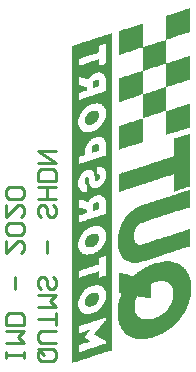
<source format=gbo>
G04*
G04 #@! TF.GenerationSoftware,Altium Limited,Altium Designer,20.1.12 (249)*
G04*
G04 Layer_Color=32896*
%FSLAX25Y25*%
%MOIN*%
G70*
G04*
G04 #@! TF.SameCoordinates,CD40AE63-01C5-41B5-9579-828B942A7482*
G04*
G04*
G04 #@! TF.FilePolarity,Positive*
G04*
G01*
G75*
%ADD10C,0.01000*%
G36*
X451357Y399189D02*
X450963D01*
Y399058D01*
X450307D01*
Y398926D01*
X449913D01*
Y398795D01*
X449519D01*
Y398664D01*
X449125D01*
Y398533D01*
X448731D01*
Y398401D01*
X448337D01*
Y398270D01*
X447943D01*
Y398139D01*
X447287D01*
Y397876D01*
X446499D01*
Y397745D01*
X446237D01*
Y397614D01*
X445843D01*
Y397482D01*
X445449D01*
Y397351D01*
X445055D01*
Y397220D01*
X444792D01*
Y397088D01*
X444398D01*
Y396957D01*
X443873D01*
Y396826D01*
X443611D01*
Y396694D01*
X443348D01*
Y404704D01*
X443742D01*
Y404835D01*
X444136D01*
Y404966D01*
X444530D01*
Y405097D01*
X444924D01*
Y405229D01*
X445318D01*
Y405360D01*
X445974D01*
Y405623D01*
X446105D01*
Y405491D01*
X446368D01*
Y405623D01*
X446630D01*
Y405754D01*
X447024D01*
Y405885D01*
X447418D01*
Y406016D01*
X447812D01*
Y406148D01*
X448206D01*
Y406279D01*
X448469D01*
Y406410D01*
X448994D01*
Y406542D01*
X449650D01*
Y406804D01*
X449782D01*
Y406673D01*
X450044D01*
Y406804D01*
X450438D01*
Y406936D01*
X450701D01*
Y407067D01*
X451094D01*
Y407198D01*
X451357D01*
Y399189D01*
D02*
G37*
G36*
X435470Y394200D02*
X435995D01*
Y394331D01*
X436258D01*
Y394462D01*
X436652D01*
Y394594D01*
X437046D01*
Y394725D01*
X437440D01*
Y394856D01*
X437834D01*
Y394988D01*
X438490D01*
Y395250D01*
X438621D01*
Y395119D01*
X438753D01*
Y395250D01*
X439147D01*
Y395381D01*
X439672D01*
Y395513D01*
X440066D01*
Y395644D01*
X440328D01*
Y395775D01*
X440722D01*
Y395907D01*
X441116D01*
Y396038D01*
X441510D01*
Y396169D01*
X442166D01*
Y396432D01*
X442298D01*
Y396301D01*
X442560D01*
Y396432D01*
X442823D01*
Y396563D01*
X443217D01*
Y396694D01*
X443348D01*
Y388817D01*
X443873D01*
Y388948D01*
X444136D01*
Y389079D01*
X444661D01*
Y389211D01*
X445055D01*
Y389342D01*
X445318D01*
Y389473D01*
X445711D01*
Y389604D01*
X446105D01*
Y389736D01*
X446237D01*
Y389604D01*
X446499D01*
Y389867D01*
X447156D01*
Y389998D01*
X447549D01*
Y390130D01*
X447943D01*
Y390261D01*
X448206D01*
Y390392D01*
X448600D01*
Y390524D01*
X448994D01*
Y390655D01*
X449388D01*
Y390786D01*
X449782D01*
Y390917D01*
X450175D01*
Y391049D01*
X450569D01*
Y391180D01*
X451226D01*
Y391311D01*
X451357D01*
Y383434D01*
X451094D01*
Y383302D01*
X450701D01*
Y383171D01*
X450307D01*
Y383040D01*
X450044D01*
Y382908D01*
X449650D01*
Y382777D01*
X449125D01*
Y382646D01*
X448731D01*
Y382514D01*
X448469D01*
Y382383D01*
X447812D01*
Y382120D01*
X447549D01*
Y382252D01*
X447418D01*
Y382120D01*
X447024D01*
Y381989D01*
X446630D01*
Y381858D01*
X446237D01*
Y381727D01*
X445974D01*
Y381595D01*
X445580D01*
Y381464D01*
X445186D01*
Y381333D01*
X444924D01*
Y381201D01*
X444004D01*
Y380939D01*
X443873D01*
Y381070D01*
X443742D01*
Y380939D01*
X443348D01*
Y373061D01*
X443085D01*
Y372930D01*
X442692D01*
Y372798D01*
X442429D01*
Y372667D01*
X442035D01*
Y372536D01*
X441641D01*
Y372405D01*
X441247D01*
Y372273D01*
X440853D01*
Y372142D01*
X440459D01*
Y372011D01*
X439803D01*
Y371879D01*
X439672D01*
Y371748D01*
X439540D01*
Y371879D01*
X439409D01*
Y371748D01*
X439015D01*
Y371617D01*
X438621D01*
Y371485D01*
X438359D01*
Y371354D01*
X437965D01*
Y371223D01*
X437571D01*
Y371092D01*
X437177D01*
Y370960D01*
X436914D01*
Y370829D01*
X436127D01*
Y370566D01*
X435995D01*
Y370698D01*
X435733D01*
Y370566D01*
X435470D01*
Y378444D01*
X435076D01*
Y378313D01*
X434682D01*
Y378182D01*
X434420D01*
Y378050D01*
X434026D01*
Y377919D01*
X433632D01*
Y377788D01*
X433369D01*
Y377656D01*
X432976D01*
Y377525D01*
X432582D01*
Y377394D01*
X432188D01*
Y377262D01*
X432057D01*
Y377394D01*
X431925D01*
Y377262D01*
X431794D01*
Y377131D01*
X431137D01*
Y377000D01*
X430612D01*
Y376869D01*
X430350D01*
Y376737D01*
X429956D01*
Y376606D01*
X429562D01*
Y376475D01*
X429299D01*
Y376343D01*
X428905D01*
Y376212D01*
X428511D01*
Y376081D01*
X428118D01*
Y375950D01*
X427855D01*
Y375818D01*
X427461D01*
Y383696D01*
X427592D01*
Y383827D01*
X427986D01*
Y383959D01*
X428380D01*
Y384090D01*
X428643D01*
Y384221D01*
X429037D01*
Y384353D01*
X429431D01*
Y384484D01*
X429693D01*
Y384615D01*
X430481D01*
Y384878D01*
X430612D01*
Y384747D01*
X430875D01*
Y384878D01*
X431269D01*
Y385009D01*
X431663D01*
Y385140D01*
X432057D01*
Y385272D01*
X432450D01*
Y385403D01*
X432713D01*
Y385534D01*
X433107D01*
Y385665D01*
X433501D01*
Y385797D01*
X434157D01*
Y386059D01*
X434289D01*
Y385928D01*
X434551D01*
Y386059D01*
X434945D01*
Y386191D01*
X435208D01*
Y386322D01*
X435470D01*
Y394069D01*
X434814D01*
Y393806D01*
X434682D01*
Y393937D01*
X434420D01*
Y393806D01*
X434026D01*
Y393675D01*
X433632D01*
Y393543D01*
X433369D01*
Y393412D01*
X432976D01*
Y393281D01*
X432582D01*
Y393149D01*
X432188D01*
Y393018D01*
X431794D01*
Y392887D01*
X431531D01*
Y392756D01*
X431137D01*
Y392624D01*
X431006D01*
Y392756D01*
X430744D01*
Y392493D01*
X430612D01*
Y392624D01*
X430481D01*
Y392493D01*
X430087D01*
Y392362D01*
X429562D01*
Y392230D01*
X429299D01*
Y392099D01*
X428905D01*
Y391968D01*
X428511D01*
Y391837D01*
X428118D01*
Y391705D01*
X427855D01*
Y391574D01*
X427461D01*
Y399452D01*
X427592D01*
Y399583D01*
X427986D01*
Y399714D01*
X428380D01*
Y399846D01*
X428643D01*
Y399977D01*
X429037D01*
Y400108D01*
X429168D01*
Y399977D01*
X429431D01*
Y400239D01*
X430218D01*
Y400371D01*
X430612D01*
Y400502D01*
X430875D01*
Y400633D01*
X431269D01*
Y400765D01*
X431663D01*
Y400896D01*
X432057D01*
Y401027D01*
X432450D01*
Y401159D01*
X432713D01*
Y401290D01*
X433107D01*
Y401421D01*
X433238D01*
Y401290D01*
X433369D01*
Y401421D01*
X433501D01*
Y401552D01*
X434157D01*
Y401815D01*
X434289D01*
Y401684D01*
X434682D01*
Y401815D01*
X434945D01*
Y401946D01*
X435339D01*
Y402078D01*
X435470D01*
Y394200D01*
D02*
G37*
G36*
X425229Y293102D02*
X425098D01*
Y293233D01*
X424835D01*
Y292970D01*
X424441D01*
Y292839D01*
X423785D01*
Y292708D01*
X423391D01*
Y292576D01*
X422997D01*
Y292445D01*
X422734D01*
Y292314D01*
X422341D01*
Y292182D01*
X421947D01*
Y292051D01*
X421553D01*
Y291920D01*
X421159D01*
Y291789D01*
X421028D01*
Y291920D01*
X420765D01*
Y291657D01*
X420109D01*
Y291526D01*
X419715D01*
Y291395D01*
X419321D01*
Y291263D01*
X418927D01*
Y291132D01*
X418664D01*
Y291001D01*
X418270D01*
Y290869D01*
X417876D01*
Y290738D01*
X417614D01*
Y290607D01*
X417220D01*
Y290476D01*
X416826D01*
Y290344D01*
X416038D01*
Y290213D01*
X415644D01*
Y290082D01*
X415251D01*
Y289950D01*
X414857D01*
Y289819D01*
X414594D01*
Y289688D01*
X414200D01*
Y289557D01*
X413806D01*
Y289425D01*
X413544D01*
Y289294D01*
X413150D01*
Y289163D01*
X412362D01*
Y288900D01*
X412099D01*
Y394725D01*
X412493D01*
Y394856D01*
X412756D01*
Y394988D01*
X413544D01*
Y395250D01*
X413675D01*
Y395119D01*
X413806D01*
Y395250D01*
X414200D01*
Y395381D01*
X414594D01*
Y395513D01*
X414988D01*
Y395644D01*
X415251D01*
Y395775D01*
X415644D01*
Y395907D01*
X416170D01*
Y396038D01*
X416564D01*
Y396169D01*
X417220D01*
Y396432D01*
X417351D01*
Y396301D01*
X417614D01*
Y396432D01*
X418008D01*
Y396563D01*
X418270D01*
Y396694D01*
X418664D01*
Y396826D01*
X419058D01*
Y396957D01*
X419321D01*
Y397088D01*
X419715D01*
Y397220D01*
X420109D01*
Y397351D01*
X420502D01*
Y397482D01*
X420896D01*
Y397614D01*
X421028D01*
Y397482D01*
X421290D01*
Y397745D01*
X421421D01*
Y397614D01*
X421553D01*
Y397745D01*
X421947D01*
Y397876D01*
X422341D01*
Y398007D01*
X422734D01*
Y398139D01*
X423128D01*
Y398270D01*
X423391D01*
Y398401D01*
X423785D01*
Y398533D01*
X424179D01*
Y398664D01*
X424835D01*
Y398926D01*
X424966D01*
Y398795D01*
X425098D01*
Y398926D01*
X425229D01*
Y293102D01*
D02*
G37*
G36*
X435470Y362557D02*
X435208D01*
Y362426D01*
X434814D01*
Y362295D01*
X434551D01*
Y362163D01*
X434157D01*
Y362032D01*
X433763D01*
Y361901D01*
X433369D01*
Y361770D01*
X433107D01*
Y361638D01*
X432319D01*
Y361376D01*
X432188D01*
Y361507D01*
X432057D01*
Y361376D01*
X431663D01*
Y361244D01*
X431137D01*
Y361113D01*
X430744D01*
Y360982D01*
X430481D01*
Y360851D01*
X430087D01*
Y360719D01*
X429693D01*
Y360588D01*
X429299D01*
Y360457D01*
X428643D01*
Y360194D01*
X428511D01*
Y360325D01*
X428249D01*
Y360194D01*
X427986D01*
Y360063D01*
X427592D01*
Y359931D01*
X427461D01*
Y367940D01*
X428118D01*
Y368072D01*
X428380D01*
Y368203D01*
X428774D01*
Y368334D01*
X429168D01*
Y368466D01*
X429562D01*
Y368597D01*
X429824D01*
Y368728D01*
X430218D01*
Y368860D01*
X430612D01*
Y368991D01*
X430744D01*
Y368860D01*
X430875D01*
Y369122D01*
X431794D01*
Y369253D01*
X432188D01*
Y369385D01*
X432450D01*
Y369516D01*
X432844D01*
Y369647D01*
X433238D01*
Y369779D01*
X433632D01*
Y369910D01*
X433895D01*
Y370041D01*
X434289D01*
Y370173D01*
X434682D01*
Y370304D01*
X434945D01*
Y370435D01*
X435470D01*
Y362557D01*
D02*
G37*
G36*
X451357Y367547D02*
X451226D01*
Y367415D01*
X450832D01*
Y367284D01*
X450438D01*
Y367153D01*
X450175D01*
Y367021D01*
X449650D01*
Y366890D01*
X449519D01*
Y367021D01*
X449256D01*
Y366759D01*
X448600D01*
Y366628D01*
X448206D01*
Y366496D01*
X447812D01*
Y366365D01*
X447418D01*
Y366234D01*
X447156D01*
Y366102D01*
X446762D01*
Y365971D01*
X446368D01*
Y365840D01*
X446105D01*
Y365708D01*
X445711D01*
Y365577D01*
X445186D01*
Y365446D01*
X444530D01*
Y365183D01*
X444398D01*
Y365315D01*
X444136D01*
Y365183D01*
X443742D01*
Y365052D01*
X443479D01*
Y364921D01*
X443348D01*
Y372930D01*
X444004D01*
Y373061D01*
X444267D01*
Y373192D01*
X444661D01*
Y373324D01*
X445186D01*
Y373455D01*
X445449D01*
Y373586D01*
X445843D01*
Y373717D01*
X446237D01*
Y373849D01*
X446630D01*
Y373980D01*
X446893D01*
Y374111D01*
X447287D01*
Y374243D01*
X447943D01*
Y374374D01*
X448337D01*
Y374505D01*
X448731D01*
Y374637D01*
X449125D01*
Y374768D01*
X449388D01*
Y374899D01*
X449913D01*
Y375030D01*
X450307D01*
Y375162D01*
X450701D01*
Y375293D01*
X450963D01*
Y375424D01*
X451357D01*
Y367547D01*
D02*
G37*
G36*
Y347721D02*
X451094D01*
Y347589D01*
X450307D01*
Y347327D01*
X450175D01*
Y347458D01*
X449913D01*
Y347327D01*
X449519D01*
Y347196D01*
X449125D01*
Y347064D01*
X448863D01*
Y346933D01*
X448469D01*
Y346802D01*
X448075D01*
Y346671D01*
X447812D01*
Y346539D01*
X447418D01*
Y346408D01*
X447024D01*
Y346277D01*
X446630D01*
Y346145D01*
X446499D01*
Y346277D01*
X446237D01*
Y346014D01*
X445843D01*
Y351791D01*
X445449D01*
Y351660D01*
X445055D01*
Y351528D01*
X444792D01*
Y351397D01*
X444398D01*
Y351266D01*
X443742D01*
Y351003D01*
X443611D01*
Y351134D01*
X443348D01*
Y351003D01*
X442954D01*
Y350872D01*
X442429D01*
Y350741D01*
X442166D01*
Y350609D01*
X441773D01*
Y350478D01*
X441378D01*
Y350347D01*
X441116D01*
Y350216D01*
X440722D01*
Y350084D01*
X439934D01*
Y349822D01*
X439803D01*
Y349953D01*
X439672D01*
Y349822D01*
X439278D01*
Y349690D01*
X438884D01*
Y349559D01*
X438490D01*
Y349428D01*
X438227D01*
Y349296D01*
X437834D01*
Y349165D01*
X437308D01*
Y349034D01*
X437046D01*
Y348903D01*
X436652D01*
Y348771D01*
X435864D01*
Y348509D01*
X435208D01*
Y348377D01*
X434814D01*
Y348246D01*
X434551D01*
Y348115D01*
X434157D01*
Y347983D01*
X433763D01*
Y347852D01*
X433369D01*
Y347721D01*
X433107D01*
Y347589D01*
X432582D01*
Y347458D01*
X432450D01*
Y347589D01*
X432188D01*
Y347327D01*
X432057D01*
Y347458D01*
X431925D01*
Y347327D01*
X431531D01*
Y347196D01*
X431137D01*
Y347064D01*
X430744D01*
Y346933D01*
X430481D01*
Y346802D01*
X430087D01*
Y346671D01*
X429693D01*
Y346539D01*
X429299D01*
Y346408D01*
X429037D01*
Y346277D01*
X428643D01*
Y346145D01*
X428511D01*
Y346277D01*
X428249D01*
Y346014D01*
X427592D01*
Y345883D01*
X427461D01*
Y351922D01*
X427724D01*
Y352054D01*
X428118D01*
Y352185D01*
X428774D01*
Y352448D01*
X428905D01*
Y352316D01*
X429168D01*
Y352448D01*
X429562D01*
Y352579D01*
X429824D01*
Y352710D01*
X430218D01*
Y352841D01*
X430612D01*
Y352973D01*
X431006D01*
Y353104D01*
X431400D01*
Y353235D01*
X431794D01*
Y353367D01*
X432188D01*
Y353498D01*
X432844D01*
Y353761D01*
X432976D01*
Y353629D01*
X433238D01*
Y353761D01*
X433632D01*
Y353892D01*
X433895D01*
Y354023D01*
X434289D01*
Y354154D01*
X434682D01*
Y354286D01*
X434945D01*
Y354417D01*
X435470D01*
Y354548D01*
X435864D01*
Y354679D01*
X436521D01*
Y354942D01*
X436652D01*
Y354811D01*
X436914D01*
Y354942D01*
X437308D01*
Y355073D01*
X437571D01*
Y355205D01*
X437965D01*
Y355336D01*
X438359D01*
Y355467D01*
X438753D01*
Y355599D01*
X439015D01*
Y355730D01*
X439409D01*
Y355861D01*
X439803D01*
Y355993D01*
X440591D01*
Y356255D01*
X441247D01*
Y356386D01*
X441641D01*
Y356518D01*
X442035D01*
Y356649D01*
X442429D01*
Y356780D01*
X442823D01*
Y356912D01*
X443085D01*
Y357043D01*
X443479D01*
Y357174D01*
X444136D01*
Y357437D01*
X444267D01*
Y357306D01*
X444530D01*
Y357568D01*
X445318D01*
Y357699D01*
X445711D01*
Y357831D01*
X445843D01*
Y363739D01*
X446105D01*
Y363870D01*
X446762D01*
Y364002D01*
X447287D01*
Y364133D01*
X447681D01*
Y364264D01*
X447943D01*
Y364395D01*
X448337D01*
Y364527D01*
X448731D01*
Y364658D01*
X449125D01*
Y364789D01*
X449388D01*
Y364921D01*
X449782D01*
Y365052D01*
X450569D01*
Y365183D01*
X450832D01*
Y365315D01*
X451226D01*
Y365446D01*
X451357D01*
Y347721D01*
D02*
G37*
G36*
Y341025D02*
X451226D01*
Y340762D01*
X451094D01*
Y340893D01*
X450832D01*
Y340631D01*
X450701D01*
Y340762D01*
X450569D01*
Y340631D01*
X450175D01*
Y340499D01*
X449782D01*
Y340368D01*
X449388D01*
Y340237D01*
X448994D01*
Y340106D01*
X448600D01*
Y339974D01*
X448206D01*
Y339843D01*
X447812D01*
Y339712D01*
X447156D01*
Y339449D01*
X447024D01*
Y339580D01*
X446762D01*
Y339449D01*
X446368D01*
Y339318D01*
X446105D01*
Y339187D01*
X445711D01*
Y339055D01*
X445318D01*
Y338924D01*
X444924D01*
Y338793D01*
X444661D01*
Y338661D01*
X444136D01*
Y338530D01*
X443742D01*
Y338399D01*
X443479D01*
Y338267D01*
X443348D01*
Y338399D01*
X443085D01*
Y338136D01*
X442429D01*
Y338005D01*
X442035D01*
Y337874D01*
X441641D01*
Y337742D01*
X441247D01*
Y337611D01*
X440853D01*
Y337480D01*
X440591D01*
Y337348D01*
X440197D01*
Y337217D01*
X439409D01*
Y336954D01*
X439278D01*
Y337086D01*
X439015D01*
Y336954D01*
X438621D01*
Y336823D01*
X438359D01*
Y336692D01*
X437965D01*
Y336561D01*
X437571D01*
Y336429D01*
X437177D01*
Y336298D01*
X436914D01*
Y336167D01*
X436521D01*
Y336035D01*
X436127D01*
Y335904D01*
X435864D01*
Y335773D01*
X435733D01*
Y335904D01*
X435470D01*
Y335642D01*
X434814D01*
Y335510D01*
X434551D01*
Y335248D01*
X434420D01*
Y335116D01*
X434157D01*
Y334985D01*
X434026D01*
Y334854D01*
X433895D01*
Y334722D01*
X433763D01*
Y334460D01*
X433632D01*
Y334329D01*
X433501D01*
Y334197D01*
X433369D01*
Y333803D01*
X433238D01*
Y333672D01*
X433107D01*
Y333278D01*
X432976D01*
Y332884D01*
X432844D01*
Y332622D01*
X432713D01*
Y331965D01*
X432582D01*
Y330521D01*
X432713D01*
Y329996D01*
X432844D01*
Y329602D01*
X432976D01*
Y329339D01*
X433107D01*
Y329077D01*
X433238D01*
Y328945D01*
X433369D01*
Y328814D01*
X433501D01*
Y328683D01*
X433763D01*
Y328552D01*
X434026D01*
Y328420D01*
X435339D01*
Y328552D01*
X435733D01*
Y328683D01*
X436127D01*
Y328814D01*
X436389D01*
Y328945D01*
X437177D01*
Y329077D01*
X437571D01*
Y329208D01*
X437965D01*
Y329339D01*
X438359D01*
Y329471D01*
X438753D01*
Y329602D01*
X439015D01*
Y329733D01*
X439409D01*
Y329865D01*
X439803D01*
Y329996D01*
X439934D01*
Y329865D01*
X440066D01*
Y330127D01*
X440853D01*
Y330258D01*
X441247D01*
Y330521D01*
X441378D01*
Y330390D01*
X441510D01*
Y330521D01*
X441904D01*
Y330652D01*
X442298D01*
Y330784D01*
X442823D01*
Y330915D01*
X443085D01*
Y331046D01*
X443479D01*
Y331177D01*
X443873D01*
Y331309D01*
X444136D01*
Y331440D01*
X444924D01*
Y331703D01*
X445055D01*
Y331571D01*
X445318D01*
Y331703D01*
X445711D01*
Y331834D01*
X445974D01*
Y331965D01*
X446368D01*
Y332097D01*
X446630D01*
Y332228D01*
X447024D01*
Y332359D01*
X447549D01*
Y332490D01*
X447943D01*
Y332622D01*
X448206D01*
Y332753D01*
X448994D01*
Y333016D01*
X449125D01*
Y332884D01*
X449256D01*
Y333016D01*
X449650D01*
Y333147D01*
X450044D01*
Y333278D01*
X450438D01*
Y333410D01*
X450701D01*
Y333541D01*
X451094D01*
Y333672D01*
X451357D01*
Y327764D01*
X450701D01*
Y327632D01*
X450307D01*
Y327501D01*
X450044D01*
Y327370D01*
X449519D01*
Y327239D01*
X449125D01*
Y327107D01*
X448731D01*
Y326976D01*
X448469D01*
Y326845D01*
X447812D01*
Y326582D01*
X447681D01*
Y326713D01*
X447418D01*
Y326582D01*
X447024D01*
Y326451D01*
X446630D01*
Y326320D01*
X446237D01*
Y326188D01*
X445974D01*
Y326057D01*
X445580D01*
Y325926D01*
X445186D01*
Y325794D01*
X444792D01*
Y325663D01*
X444398D01*
Y325532D01*
X444004D01*
Y325400D01*
X443873D01*
Y325532D01*
X443742D01*
Y325269D01*
X442954D01*
Y325138D01*
X442560D01*
Y325007D01*
X442298D01*
Y324875D01*
X441904D01*
Y324744D01*
X441510D01*
Y324613D01*
X441116D01*
Y324481D01*
X440853D01*
Y324350D01*
X440459D01*
Y324219D01*
X439934D01*
Y324088D01*
X439672D01*
Y323956D01*
X438884D01*
Y323694D01*
X438753D01*
Y323825D01*
X438621D01*
Y323694D01*
X438227D01*
Y323562D01*
X437834D01*
Y323431D01*
X437440D01*
Y323300D01*
X437177D01*
Y323168D01*
X436783D01*
Y323037D01*
X436389D01*
Y322906D01*
X436258D01*
Y323037D01*
X436127D01*
Y322906D01*
X435995D01*
Y322775D01*
X435208D01*
Y322643D01*
X434814D01*
Y322512D01*
X434289D01*
Y322381D01*
X433501D01*
Y322249D01*
X432188D01*
Y322381D01*
X431531D01*
Y322512D01*
X431137D01*
Y322643D01*
X430875D01*
Y322775D01*
X430350D01*
Y323037D01*
X430218D01*
Y322906D01*
X430087D01*
Y323037D01*
X429824D01*
Y323168D01*
X429693D01*
Y323431D01*
X429431D01*
Y323562D01*
X429299D01*
Y323694D01*
X429037D01*
Y323825D01*
X428905D01*
Y323956D01*
X428774D01*
Y324219D01*
X428643D01*
Y324350D01*
X428511D01*
Y324481D01*
X428380D01*
Y324875D01*
X428249D01*
Y325007D01*
X428118D01*
Y325269D01*
X427986D01*
Y325532D01*
X427855D01*
Y325794D01*
X427724D01*
Y326188D01*
X427592D01*
Y326582D01*
X427461D01*
Y326976D01*
X427330D01*
Y327501D01*
X427199D01*
Y331440D01*
X427330D01*
Y332097D01*
X427461D01*
Y332753D01*
X427592D01*
Y333016D01*
X427724D01*
Y333410D01*
X427855D01*
Y333803D01*
X427986D01*
Y334197D01*
X428118D01*
Y334591D01*
X428249D01*
Y334722D01*
X428380D01*
Y335248D01*
X428511D01*
Y335510D01*
X428643D01*
Y335773D01*
X428774D01*
Y335904D01*
X428905D01*
Y336167D01*
X429037D01*
Y336429D01*
X429168D01*
Y336561D01*
X429299D01*
Y336823D01*
X429431D01*
Y336954D01*
X429562D01*
Y337086D01*
X429693D01*
Y337480D01*
X429824D01*
Y337611D01*
X429956D01*
Y337742D01*
X430087D01*
Y338005D01*
X430350D01*
Y338267D01*
X430612D01*
Y338530D01*
X430875D01*
Y338793D01*
X431006D01*
Y338924D01*
X431269D01*
Y339187D01*
X431400D01*
Y339318D01*
X431663D01*
Y339580D01*
X431925D01*
Y339712D01*
X432188D01*
Y339974D01*
X432450D01*
Y340106D01*
X432582D01*
Y340237D01*
X432713D01*
Y340368D01*
X432976D01*
Y340499D01*
X433369D01*
Y340631D01*
X433501D01*
Y340762D01*
X433763D01*
Y340893D01*
X434026D01*
Y341025D01*
X434289D01*
Y341156D01*
X434551D01*
Y341287D01*
X434682D01*
Y341419D01*
X435076D01*
Y341550D01*
X435470D01*
Y341681D01*
X435864D01*
Y341812D01*
X436521D01*
Y342075D01*
X436652D01*
Y341944D01*
X436914D01*
Y342075D01*
X437440D01*
Y342206D01*
X437702D01*
Y342338D01*
X438096D01*
Y342469D01*
X438490D01*
Y342600D01*
X438753D01*
Y342732D01*
X439147D01*
Y342863D01*
X439540D01*
Y342994D01*
X439934D01*
Y343126D01*
X440591D01*
Y343388D01*
X440722D01*
Y343257D01*
X440985D01*
Y343388D01*
X441247D01*
Y343519D01*
X441641D01*
Y343651D01*
X442166D01*
Y343782D01*
X442560D01*
Y343913D01*
X442823D01*
Y344044D01*
X443217D01*
Y344176D01*
X443611D01*
Y344307D01*
X444267D01*
Y344438D01*
X444661D01*
Y344570D01*
X445055D01*
Y344701D01*
X445318D01*
Y344832D01*
X445711D01*
Y344964D01*
X446105D01*
Y345095D01*
X446499D01*
Y345226D01*
X446893D01*
Y345357D01*
X447287D01*
Y345489D01*
X447681D01*
Y345620D01*
X448337D01*
Y345883D01*
X449125D01*
Y346014D01*
X449388D01*
Y346145D01*
X449782D01*
Y346277D01*
X450175D01*
Y346408D01*
X450569D01*
Y346539D01*
X450832D01*
Y346671D01*
X451226D01*
Y346802D01*
X451357D01*
Y341025D01*
D02*
G37*
G36*
X444792Y322643D02*
X445580D01*
Y322512D01*
X445974D01*
Y322643D01*
X446105D01*
Y322381D01*
X446762D01*
Y322249D01*
X447024D01*
Y322118D01*
X447418D01*
Y321987D01*
X447549D01*
Y321855D01*
X447812D01*
Y321724D01*
X447943D01*
Y321593D01*
X448337D01*
Y321330D01*
X448469D01*
Y321199D01*
X448600D01*
Y321330D01*
X448731D01*
Y321068D01*
X448994D01*
Y320805D01*
X449125D01*
Y320674D01*
X449256D01*
Y320543D01*
X449388D01*
Y320411D01*
X449519D01*
Y320280D01*
X449650D01*
Y320149D01*
X449782D01*
Y320017D01*
X449913D01*
Y319755D01*
X450175D01*
Y319492D01*
X450307D01*
Y319098D01*
X450438D01*
Y318967D01*
X450569D01*
Y318704D01*
X450701D01*
Y318442D01*
X450832D01*
Y318179D01*
X450963D01*
Y317785D01*
X451094D01*
Y317523D01*
X451226D01*
Y316998D01*
X451357D01*
Y316604D01*
X451488D01*
Y315291D01*
X451751D01*
Y312402D01*
X451488D01*
Y310826D01*
X451357D01*
Y310301D01*
X451226D01*
Y309907D01*
X451094D01*
Y309513D01*
X450963D01*
Y308988D01*
X450832D01*
Y308726D01*
X450701D01*
Y308332D01*
X450569D01*
Y307938D01*
X450438D01*
Y307807D01*
X450307D01*
Y307281D01*
X450175D01*
Y307019D01*
X450044D01*
Y306756D01*
X449913D01*
Y306494D01*
X449782D01*
Y306231D01*
X449650D01*
Y305969D01*
X449519D01*
Y305706D01*
X449388D01*
Y305575D01*
X449256D01*
Y305312D01*
X449125D01*
Y305181D01*
X448994D01*
Y304787D01*
X448731D01*
Y304524D01*
X448600D01*
Y304262D01*
X448469D01*
Y304130D01*
X448337D01*
Y303999D01*
X448206D01*
Y303868D01*
X448075D01*
Y303605D01*
X447943D01*
Y303474D01*
X447812D01*
Y303211D01*
X447549D01*
Y302949D01*
X447418D01*
Y302817D01*
X447287D01*
Y302686D01*
X447156D01*
Y302555D01*
X447024D01*
Y302424D01*
X446893D01*
Y302292D01*
X446762D01*
Y302161D01*
X446630D01*
Y302030D01*
X446499D01*
Y301898D01*
X446368D01*
Y301767D01*
X446237D01*
Y301636D01*
X446105D01*
Y301504D01*
X445974D01*
Y301373D01*
X445843D01*
Y301242D01*
X445711D01*
Y301111D01*
X445580D01*
Y300979D01*
X445318D01*
Y300848D01*
X445186D01*
Y300717D01*
X445055D01*
Y300585D01*
X444792D01*
Y300454D01*
X444661D01*
Y300323D01*
X444530D01*
Y300191D01*
X444267D01*
Y300060D01*
X444136D01*
Y299929D01*
X443873D01*
Y299798D01*
X443742D01*
Y299666D01*
X443611D01*
Y299535D01*
X443217D01*
Y299272D01*
X443085D01*
Y299141D01*
X442954D01*
Y299272D01*
X442823D01*
Y299141D01*
X442560D01*
Y299010D01*
X442429D01*
Y298879D01*
X442166D01*
Y298747D01*
X441904D01*
Y298616D01*
X441641D01*
Y298485D01*
X441378D01*
Y298353D01*
X441116D01*
Y298222D01*
X440591D01*
Y297959D01*
X440459D01*
Y298091D01*
X440328D01*
Y297959D01*
X439934D01*
Y297828D01*
X439672D01*
Y297697D01*
X439278D01*
Y297566D01*
X438884D01*
Y297434D01*
X438490D01*
Y297303D01*
X438096D01*
Y297172D01*
X437440D01*
Y297040D01*
X436914D01*
Y296909D01*
X433369D01*
Y297040D01*
X432844D01*
Y297172D01*
X432450D01*
Y297303D01*
X432057D01*
Y297434D01*
X431794D01*
Y297566D01*
X431400D01*
Y297697D01*
X431137D01*
Y297828D01*
X431006D01*
Y297959D01*
X430875D01*
Y298091D01*
X430744D01*
Y297959D01*
X430612D01*
Y298091D01*
X430481D01*
Y298222D01*
X430218D01*
Y298353D01*
X430087D01*
Y298485D01*
X429956D01*
Y298616D01*
X429824D01*
Y298747D01*
X429693D01*
Y298879D01*
X429562D01*
Y299010D01*
X429431D01*
Y299141D01*
X429299D01*
Y299272D01*
X429168D01*
Y299535D01*
X428905D01*
Y299798D01*
X428774D01*
Y299929D01*
X428643D01*
Y300060D01*
X428511D01*
Y300323D01*
X428380D01*
Y300585D01*
X428249D01*
Y300848D01*
X428118D01*
Y301111D01*
X427986D01*
Y301504D01*
X427855D01*
Y301767D01*
X427724D01*
Y302030D01*
X427592D01*
Y302424D01*
X427461D01*
Y302817D01*
X427330D01*
Y303343D01*
X427199D01*
Y308201D01*
X427330D01*
Y308857D01*
X427461D01*
Y309513D01*
X427592D01*
Y309776D01*
X427724D01*
Y310301D01*
X427855D01*
Y310695D01*
X427986D01*
Y310958D01*
X428118D01*
Y311352D01*
X428249D01*
Y311614D01*
X428380D01*
Y312402D01*
X427592D01*
Y312533D01*
X427461D01*
Y318836D01*
X427592D01*
Y318704D01*
X427724D01*
Y318836D01*
X428118D01*
Y318967D01*
X428380D01*
Y318836D01*
X428905D01*
Y318704D01*
X429299D01*
Y318573D01*
X430087D01*
Y318442D01*
X430481D01*
Y318310D01*
X430875D01*
Y318179D01*
X431400D01*
Y318048D01*
X431794D01*
Y317916D01*
X432450D01*
Y318048D01*
X432582D01*
Y318179D01*
X432713D01*
Y318310D01*
X432844D01*
Y318442D01*
X432976D01*
Y318573D01*
X433107D01*
Y318704D01*
X433238D01*
Y318836D01*
X433369D01*
Y318704D01*
X433501D01*
Y318967D01*
X433632D01*
Y319098D01*
X433763D01*
Y319230D01*
X434026D01*
Y319361D01*
X434157D01*
Y319492D01*
X434289D01*
Y319623D01*
X434551D01*
Y319755D01*
X434945D01*
Y320149D01*
X435076D01*
Y320017D01*
X435208D01*
Y320149D01*
X435470D01*
Y320411D01*
X435864D01*
Y320543D01*
X436127D01*
Y320674D01*
X436258D01*
Y320805D01*
X436389D01*
Y320936D01*
X436652D01*
Y321068D01*
X437177D01*
Y321330D01*
X437308D01*
Y321199D01*
X437571D01*
Y321330D01*
X437702D01*
Y321462D01*
X437965D01*
Y321593D01*
X438359D01*
Y321724D01*
X438621D01*
Y321855D01*
X438884D01*
Y321987D01*
X439278D01*
Y322118D01*
X439672D01*
Y322249D01*
X440066D01*
Y322381D01*
X441116D01*
Y322643D01*
X441247D01*
Y322512D01*
X441641D01*
Y322643D01*
X442692D01*
Y322775D01*
X444792D01*
Y322643D01*
D02*
G37*
%LPC*%
G36*
X443348Y388685D02*
X442692D01*
Y388554D01*
X442429D01*
Y388423D01*
X442035D01*
Y388291D01*
X441641D01*
Y388160D01*
X441247D01*
Y388029D01*
X440853D01*
Y387898D01*
X440591D01*
Y387766D01*
X440197D01*
Y387635D01*
X440066D01*
Y387766D01*
X439934D01*
Y387504D01*
X439015D01*
Y387372D01*
X438621D01*
Y387241D01*
X438359D01*
Y387110D01*
X437965D01*
Y386979D01*
X437571D01*
Y386847D01*
X437177D01*
Y386716D01*
X436914D01*
Y386585D01*
X436521D01*
Y386453D01*
X436127D01*
Y386322D01*
X435864D01*
Y386191D01*
X435470D01*
Y378444D01*
X435995D01*
Y378575D01*
X436258D01*
Y378707D01*
X436652D01*
Y378838D01*
X437046D01*
Y378969D01*
X437440D01*
Y379101D01*
X437834D01*
Y379232D01*
X438096D01*
Y379363D01*
X438227D01*
Y379232D01*
X438490D01*
Y379495D01*
X439147D01*
Y379626D01*
X439540D01*
Y379757D01*
X439934D01*
Y379889D01*
X440328D01*
Y380020D01*
X440722D01*
Y380151D01*
X441116D01*
Y380282D01*
X441510D01*
Y380414D01*
X441773D01*
Y380545D01*
X442166D01*
Y380676D01*
X442560D01*
Y380807D01*
X443217D01*
Y381070D01*
X443348D01*
Y388685D01*
D02*
G37*
G36*
X423128Y395250D02*
X422603D01*
Y395119D01*
X422209D01*
Y394988D01*
X421815D01*
Y394856D01*
X421421D01*
Y394725D01*
X421159D01*
Y394594D01*
X421028D01*
Y392493D01*
X420765D01*
Y392362D01*
X420371D01*
Y392230D01*
X420109D01*
Y392099D01*
X419715D01*
Y391968D01*
X419190D01*
Y391837D01*
X418927D01*
Y391705D01*
X418533D01*
Y391574D01*
X417745D01*
Y391311D01*
X417614D01*
Y391443D01*
X417483D01*
Y391311D01*
X417089D01*
Y391180D01*
X416695D01*
Y391049D01*
X416432D01*
Y390917D01*
X416038D01*
Y390786D01*
X415644D01*
Y390655D01*
X415251D01*
Y390524D01*
X414857D01*
Y390392D01*
X414463D01*
Y390261D01*
X414200D01*
Y388160D01*
X414725D01*
Y388291D01*
X415513D01*
Y388554D01*
X415644D01*
Y388423D01*
X415907D01*
Y388554D01*
X416301D01*
Y388685D01*
X416564D01*
Y388817D01*
X416957D01*
Y388948D01*
X417351D01*
Y389079D01*
X417745D01*
Y389211D01*
X418008D01*
Y389342D01*
X418402D01*
Y389473D01*
X418796D01*
Y389604D01*
X419583D01*
Y389867D01*
X420371D01*
Y389998D01*
X420634D01*
Y390130D01*
X421028D01*
Y388160D01*
X421421D01*
Y388291D01*
X422209D01*
Y388554D01*
X422341D01*
Y388423D01*
X422603D01*
Y388554D01*
X422997D01*
Y388817D01*
X423128D01*
Y395250D01*
D02*
G37*
G36*
X421421Y385797D02*
X420502D01*
Y385665D01*
X420109D01*
Y385534D01*
X419715D01*
Y385403D01*
X419321D01*
Y385272D01*
X419190D01*
Y385140D01*
X418927D01*
Y385009D01*
X418664D01*
Y384747D01*
X418402D01*
Y384615D01*
X418139D01*
Y384353D01*
X417876D01*
Y384090D01*
X417745D01*
Y383959D01*
X417614D01*
Y383696D01*
X417483D01*
Y383565D01*
X417351D01*
Y383434D01*
X417220D01*
Y383565D01*
X417089D01*
Y383434D01*
X416957D01*
Y383696D01*
X416170D01*
Y383827D01*
X415644D01*
Y383959D01*
X415251D01*
Y384090D01*
X414857D01*
Y384221D01*
X414331D01*
Y384090D01*
X414200D01*
Y381595D01*
X414594D01*
Y381464D01*
X414988D01*
Y381333D01*
X415513D01*
Y381201D01*
X416038D01*
Y381070D01*
X416432D01*
Y380939D01*
X416826D01*
Y379757D01*
X416695D01*
Y379626D01*
X416038D01*
Y379495D01*
X415644D01*
Y379363D01*
X415251D01*
Y379232D01*
X414857D01*
Y379101D01*
X414594D01*
Y378969D01*
X414200D01*
Y376737D01*
X414857D01*
Y377000D01*
X414988D01*
Y376869D01*
X415119D01*
Y377000D01*
X415513D01*
Y377131D01*
X415907D01*
Y377262D01*
X416301D01*
Y377394D01*
X416564D01*
Y377525D01*
X417089D01*
Y377656D01*
X417483D01*
Y377788D01*
X417745D01*
Y377919D01*
X418533D01*
Y378182D01*
X418664D01*
Y378050D01*
X418927D01*
Y378313D01*
X419583D01*
Y378444D01*
X419977D01*
Y378575D01*
X420371D01*
Y378707D01*
X420634D01*
Y378838D01*
X421028D01*
Y378969D01*
X421421D01*
Y379101D01*
X421815D01*
Y379232D01*
X422209D01*
Y379363D01*
X422341D01*
Y379232D01*
X422603D01*
Y379495D01*
X423128D01*
Y384090D01*
X422997D01*
Y384484D01*
X422866D01*
Y384747D01*
X422734D01*
Y384878D01*
X422603D01*
Y385140D01*
X422472D01*
Y385272D01*
X422209D01*
Y385403D01*
X422078D01*
Y385534D01*
X421815D01*
Y385665D01*
X421421D01*
Y385797D01*
D02*
G37*
G36*
X420502Y375556D02*
X419846D01*
Y375424D01*
X419190D01*
Y375293D01*
X418796D01*
Y375162D01*
X418402D01*
Y375030D01*
X418008D01*
Y374899D01*
X417745D01*
Y374768D01*
X417614D01*
Y374637D01*
X417220D01*
Y374505D01*
X416957D01*
Y374374D01*
X416826D01*
Y374243D01*
X416564D01*
Y373980D01*
X416432D01*
Y373849D01*
X416170D01*
Y373717D01*
X416038D01*
Y373455D01*
X415907D01*
Y373324D01*
X415776D01*
Y373192D01*
X415644D01*
Y373061D01*
X415382D01*
Y372798D01*
X415251D01*
Y372667D01*
X415119D01*
Y372405D01*
X414988D01*
Y372273D01*
X414857D01*
Y371879D01*
X414725D01*
Y371748D01*
X414594D01*
Y371354D01*
X414463D01*
Y371092D01*
X414331D01*
Y370566D01*
X414200D01*
Y370173D01*
X414069D01*
Y368203D01*
X414200D01*
Y367809D01*
X414331D01*
Y367547D01*
X414463D01*
Y367284D01*
X414594D01*
Y367021D01*
X414725D01*
Y366890D01*
X414857D01*
Y366759D01*
X414988D01*
Y366628D01*
X415119D01*
Y366496D01*
X415251D01*
Y366365D01*
X415382D01*
Y366234D01*
X415644D01*
Y366102D01*
X416038D01*
Y365971D01*
X416432D01*
Y365840D01*
X417745D01*
Y365971D01*
X418270D01*
Y366102D01*
X418664D01*
Y366234D01*
X419058D01*
Y366365D01*
X419452D01*
Y366628D01*
X419977D01*
Y366759D01*
X420240D01*
Y367021D01*
X420502D01*
Y367153D01*
X420634D01*
Y367284D01*
X420765D01*
Y367415D01*
X421028D01*
Y367547D01*
X421159D01*
Y367678D01*
X421290D01*
Y367809D01*
X421421D01*
Y367940D01*
X421553D01*
Y368072D01*
X421684D01*
Y368203D01*
X421815D01*
Y368466D01*
X421947D01*
Y368597D01*
X422078D01*
Y368860D01*
X422209D01*
Y368991D01*
X422341D01*
Y369122D01*
X422472D01*
Y369385D01*
X422603D01*
Y369647D01*
X422734D01*
Y369910D01*
X422866D01*
Y370304D01*
X422997D01*
Y370698D01*
X423128D01*
Y373455D01*
X422997D01*
Y373717D01*
X422866D01*
Y373980D01*
X422734D01*
Y374374D01*
X422472D01*
Y374637D01*
X422209D01*
Y374768D01*
X422078D01*
Y374899D01*
X421947D01*
Y375030D01*
X421815D01*
Y375162D01*
X421553D01*
Y375293D01*
X421159D01*
Y375424D01*
X420502D01*
Y375556D01*
D02*
G37*
G36*
X421815Y364264D02*
X419846D01*
Y364002D01*
X419715D01*
Y364133D01*
X419452D01*
Y364002D01*
X419190D01*
Y363870D01*
X418927D01*
Y363739D01*
X418796D01*
Y363608D01*
X418664D01*
Y363476D01*
X418402D01*
Y363345D01*
X418270D01*
Y363214D01*
X418139D01*
Y363083D01*
X417876D01*
Y362951D01*
X417745D01*
Y362820D01*
X417614D01*
Y362557D01*
X417483D01*
Y362426D01*
X417351D01*
Y362295D01*
X417220D01*
Y362032D01*
X417089D01*
Y361901D01*
X416957D01*
Y361638D01*
X416826D01*
Y361376D01*
X416695D01*
Y360982D01*
X416564D01*
Y360457D01*
X416432D01*
Y358225D01*
X416038D01*
Y358093D01*
X415776D01*
Y357962D01*
X415119D01*
Y357831D01*
X414988D01*
Y357699D01*
X414857D01*
Y357831D01*
X414725D01*
Y357699D01*
X414331D01*
Y357437D01*
X414200D01*
Y355336D01*
X414725D01*
Y355467D01*
X415119D01*
Y355599D01*
X415382D01*
Y355730D01*
X415776D01*
Y355861D01*
X416170D01*
Y355993D01*
X416826D01*
Y356255D01*
X417614D01*
Y356386D01*
X418008D01*
Y356518D01*
X418270D01*
Y356649D01*
X418796D01*
Y356780D01*
X419190D01*
Y356912D01*
X419452D01*
Y357043D01*
X419846D01*
Y357174D01*
X420502D01*
Y357437D01*
X420634D01*
Y357306D01*
X420896D01*
Y357568D01*
X421684D01*
Y357699D01*
X421947D01*
Y357831D01*
X422341D01*
Y357962D01*
X422734D01*
Y358093D01*
X423128D01*
Y362689D01*
X422997D01*
Y363083D01*
X422866D01*
Y363345D01*
X422734D01*
Y363476D01*
X422603D01*
Y363608D01*
X422472D01*
Y363870D01*
X422341D01*
Y364002D01*
X422078D01*
Y364133D01*
X421815D01*
Y364264D01*
D02*
G37*
G36*
X421553Y354286D02*
X420896D01*
Y354154D01*
X420371D01*
Y354023D01*
X420240D01*
Y352054D01*
X420765D01*
Y351922D01*
X420896D01*
Y351791D01*
X421028D01*
Y351660D01*
X421159D01*
Y351134D01*
X421290D01*
Y351003D01*
X421159D01*
Y350347D01*
X421028D01*
Y350084D01*
X420896D01*
Y349822D01*
X420765D01*
Y349690D01*
X420634D01*
Y349559D01*
X419715D01*
Y349822D01*
X419583D01*
Y350347D01*
X419452D01*
Y351266D01*
X419321D01*
Y352316D01*
X419190D01*
Y352448D01*
X419058D01*
Y352710D01*
X418927D01*
Y352973D01*
X418796D01*
Y353104D01*
X418664D01*
Y353235D01*
X418402D01*
Y353367D01*
X417089D01*
Y353235D01*
X416564D01*
Y353104D01*
X416432D01*
Y352973D01*
X416038D01*
Y352710D01*
X415776D01*
Y352579D01*
X415644D01*
Y352448D01*
X415513D01*
Y352316D01*
X415382D01*
Y352185D01*
X415119D01*
Y351922D01*
X414988D01*
Y351791D01*
X414857D01*
Y351397D01*
X414725D01*
Y351134D01*
X414594D01*
Y351003D01*
X414463D01*
Y350741D01*
X414331D01*
Y350347D01*
X414200D01*
Y349822D01*
X414069D01*
Y347721D01*
X414200D01*
Y347458D01*
X414331D01*
Y347196D01*
X414463D01*
Y346933D01*
X414594D01*
Y346671D01*
X414725D01*
Y346539D01*
X414857D01*
Y346277D01*
X415119D01*
Y346145D01*
X415251D01*
Y346014D01*
X415776D01*
Y345883D01*
X416432D01*
Y346014D01*
X416826D01*
Y346145D01*
X416957D01*
Y348377D01*
X416564D01*
Y348509D01*
X416301D01*
Y348771D01*
X416170D01*
Y350347D01*
X416301D01*
Y350478D01*
X416432D01*
Y350741D01*
X416564D01*
Y350872D01*
X416695D01*
Y351003D01*
X417351D01*
Y350741D01*
X417483D01*
Y350609D01*
X417614D01*
Y349034D01*
X417745D01*
Y348509D01*
X417876D01*
Y348246D01*
X418008D01*
Y347983D01*
X418139D01*
Y347721D01*
X418270D01*
Y347589D01*
X418402D01*
Y347458D01*
X418533D01*
Y347327D01*
X418796D01*
Y347196D01*
X420240D01*
Y347327D01*
X420502D01*
Y347458D01*
X420765D01*
Y347589D01*
X421028D01*
Y347721D01*
X421290D01*
Y347852D01*
X421421D01*
Y347983D01*
X421684D01*
Y348115D01*
X421815D01*
Y348377D01*
X422078D01*
Y348640D01*
X422209D01*
Y348771D01*
X422341D01*
Y348903D01*
X422472D01*
Y349165D01*
X422603D01*
Y349296D01*
X422734D01*
Y349690D01*
X422866D01*
Y349953D01*
X422997D01*
Y350216D01*
X423128D01*
Y352973D01*
X422997D01*
Y353104D01*
X422866D01*
Y353498D01*
X422734D01*
Y353629D01*
X422472D01*
Y353892D01*
X422209D01*
Y354023D01*
X421947D01*
Y354154D01*
X421553D01*
Y354286D01*
D02*
G37*
G36*
Y344832D02*
X420371D01*
Y344701D01*
X419583D01*
Y344438D01*
X419452D01*
Y344570D01*
X419321D01*
Y344438D01*
X419058D01*
Y344307D01*
X418927D01*
Y344176D01*
X418796D01*
Y344044D01*
X418664D01*
Y343913D01*
X418402D01*
Y343782D01*
X418270D01*
Y343651D01*
X418139D01*
Y343519D01*
X417876D01*
Y343257D01*
X417745D01*
Y343126D01*
X417614D01*
Y342732D01*
X417351D01*
Y342600D01*
X416957D01*
Y342732D01*
X416564D01*
Y342863D01*
X416170D01*
Y342994D01*
X415776D01*
Y343126D01*
X415382D01*
Y343257D01*
X414988D01*
Y343388D01*
X414200D01*
Y340631D01*
X414725D01*
Y340499D01*
X415644D01*
Y340237D01*
X415907D01*
Y340368D01*
X416038D01*
Y340237D01*
X416564D01*
Y340106D01*
X416826D01*
Y338924D01*
X416564D01*
Y338793D01*
X416170D01*
Y338661D01*
X415907D01*
Y338530D01*
X415513D01*
Y338399D01*
X414857D01*
Y338136D01*
X414200D01*
Y335904D01*
X414725D01*
Y336035D01*
X415119D01*
Y336167D01*
X415382D01*
Y336298D01*
X415907D01*
Y336429D01*
X416564D01*
Y336561D01*
X416695D01*
Y336692D01*
X416826D01*
Y336561D01*
X416957D01*
Y336823D01*
X417745D01*
Y336954D01*
X418008D01*
Y337086D01*
X418402D01*
Y337217D01*
X418796D01*
Y337348D01*
X419190D01*
Y337480D01*
X419452D01*
Y337611D01*
X419846D01*
Y337742D01*
X420634D01*
Y338005D01*
X421421D01*
Y338136D01*
X421815D01*
Y338267D01*
X422078D01*
Y338399D01*
X422472D01*
Y338530D01*
X422866D01*
Y338661D01*
X423128D01*
Y343257D01*
X422997D01*
Y343651D01*
X422866D01*
Y343913D01*
X422734D01*
Y344176D01*
X422472D01*
Y344438D01*
X422341D01*
Y344570D01*
X422209D01*
Y344438D01*
X422078D01*
Y344701D01*
X421553D01*
Y344832D01*
D02*
G37*
G36*
X420765Y334591D02*
X419715D01*
Y334460D01*
X419058D01*
Y334329D01*
X418270D01*
Y334066D01*
X418139D01*
Y334197D01*
X418008D01*
Y334066D01*
X417745D01*
Y333935D01*
X417614D01*
Y333803D01*
X417351D01*
Y333672D01*
X417089D01*
Y333541D01*
X416957D01*
Y333410D01*
X416695D01*
Y333278D01*
X416564D01*
Y333147D01*
X416432D01*
Y333016D01*
X416038D01*
Y332753D01*
X415907D01*
Y332622D01*
X415776D01*
Y332490D01*
X415644D01*
Y332228D01*
X415513D01*
Y332097D01*
X415382D01*
Y331965D01*
X415251D01*
Y331834D01*
X415119D01*
Y331571D01*
X414988D01*
Y331309D01*
X414857D01*
Y331046D01*
X414725D01*
Y330784D01*
X414594D01*
Y330521D01*
X414463D01*
Y330258D01*
X414331D01*
Y329865D01*
X414200D01*
Y329208D01*
X414069D01*
Y327370D01*
X414200D01*
Y326976D01*
X414331D01*
Y326713D01*
X414463D01*
Y326451D01*
X414594D01*
Y326320D01*
X414725D01*
Y326057D01*
X414857D01*
Y325794D01*
X415119D01*
Y325532D01*
X415251D01*
Y325400D01*
X415513D01*
Y325269D01*
X415776D01*
Y325138D01*
X416695D01*
Y324875D01*
X417351D01*
Y325138D01*
X418533D01*
Y325269D01*
X418927D01*
Y325400D01*
X419321D01*
Y325532D01*
X419452D01*
Y325663D01*
X419715D01*
Y325794D01*
X419977D01*
Y325926D01*
X420109D01*
Y326057D01*
X420502D01*
Y326320D01*
X420634D01*
Y326451D01*
X420896D01*
Y326713D01*
X421290D01*
Y326976D01*
X421553D01*
Y327239D01*
X421684D01*
Y327370D01*
X421815D01*
Y327632D01*
X421947D01*
Y327764D01*
X422078D01*
Y327895D01*
X422209D01*
Y328158D01*
X422341D01*
Y328289D01*
X422472D01*
Y328552D01*
X422603D01*
Y328814D01*
X422734D01*
Y329077D01*
X422866D01*
Y329471D01*
X422997D01*
Y329733D01*
X423128D01*
Y332753D01*
X422997D01*
Y332884D01*
X422866D01*
Y333147D01*
X422734D01*
Y333410D01*
X422603D01*
Y333541D01*
X422472D01*
Y333672D01*
X422341D01*
Y333803D01*
X422209D01*
Y333935D01*
X422078D01*
Y334066D01*
X421947D01*
Y334197D01*
X421815D01*
Y334329D01*
X421290D01*
Y334460D01*
X420765D01*
Y334591D01*
D02*
G37*
G36*
X423128Y324613D02*
X422734D01*
Y324481D01*
X422472D01*
Y324350D01*
X422078D01*
Y324219D01*
X421684D01*
Y324088D01*
X421421D01*
Y323956D01*
X421028D01*
Y321724D01*
X420634D01*
Y321593D01*
X420240D01*
Y321462D01*
X419583D01*
Y321199D01*
X419452D01*
Y321330D01*
X419190D01*
Y321199D01*
X418796D01*
Y321068D01*
X418402D01*
Y320936D01*
X418008D01*
Y320805D01*
X417614D01*
Y320674D01*
X417351D01*
Y320543D01*
X416957D01*
Y320411D01*
X416564D01*
Y320280D01*
X415907D01*
Y320149D01*
X415513D01*
Y319886D01*
X415382D01*
Y320017D01*
X415119D01*
Y319886D01*
X414857D01*
Y319755D01*
X414463D01*
Y319623D01*
X414200D01*
Y317391D01*
X414725D01*
Y317523D01*
X415119D01*
Y317654D01*
X415382D01*
Y317785D01*
X415776D01*
Y317916D01*
X416170D01*
Y318048D01*
X416564D01*
Y318179D01*
X416826D01*
Y318310D01*
X417220D01*
Y318442D01*
X417614D01*
Y318573D01*
X418270D01*
Y318836D01*
X418402D01*
Y318704D01*
X418664D01*
Y318836D01*
X419190D01*
Y318967D01*
X419452D01*
Y319098D01*
X419846D01*
Y319230D01*
X420240D01*
Y319361D01*
X420502D01*
Y319492D01*
X420896D01*
Y319623D01*
X421028D01*
Y317391D01*
X421290D01*
Y317523D01*
X421684D01*
Y317654D01*
X422078D01*
Y317785D01*
X422472D01*
Y317916D01*
X422866D01*
Y318048D01*
X423128D01*
Y324613D01*
D02*
G37*
G36*
X420896Y314897D02*
X419452D01*
Y314765D01*
X418927D01*
Y314634D01*
X418533D01*
Y314503D01*
X418270D01*
Y314371D01*
X417876D01*
Y314240D01*
X417614D01*
Y314109D01*
X417351D01*
Y313978D01*
X417220D01*
Y313846D01*
X417089D01*
Y313715D01*
X416826D01*
Y313584D01*
X416695D01*
Y313452D01*
X416432D01*
Y313321D01*
X416301D01*
Y313190D01*
X416038D01*
Y312927D01*
X415907D01*
Y312796D01*
X415776D01*
Y312665D01*
X415644D01*
Y312533D01*
X415513D01*
Y312271D01*
X415382D01*
Y312140D01*
X415119D01*
Y311746D01*
X414857D01*
Y311220D01*
X414725D01*
Y311089D01*
X414594D01*
Y310826D01*
X414463D01*
Y310433D01*
X414331D01*
Y310039D01*
X414200D01*
Y309513D01*
X414069D01*
Y307675D01*
X414200D01*
Y307150D01*
X414331D01*
Y306888D01*
X414463D01*
Y306625D01*
X414594D01*
Y306494D01*
X414725D01*
Y306231D01*
X414857D01*
Y305969D01*
X415119D01*
Y305706D01*
X415513D01*
Y305575D01*
X415907D01*
Y305312D01*
X418402D01*
Y305575D01*
X418533D01*
Y305443D01*
X418664D01*
Y305575D01*
X418796D01*
Y305706D01*
X419321D01*
Y305837D01*
X419583D01*
Y305969D01*
X419846D01*
Y306100D01*
X420109D01*
Y306231D01*
X420371D01*
Y306362D01*
X420502D01*
Y306625D01*
X420896D01*
Y306888D01*
X421159D01*
Y307150D01*
X421421D01*
Y307281D01*
X421553D01*
Y307544D01*
X421815D01*
Y307807D01*
X421947D01*
Y308069D01*
X422078D01*
Y308201D01*
X422209D01*
Y308463D01*
X422341D01*
Y308594D01*
X422472D01*
Y308726D01*
X422603D01*
Y308988D01*
X422734D01*
Y309382D01*
X422866D01*
Y309645D01*
X422997D01*
Y310039D01*
X423128D01*
Y312927D01*
X422997D01*
Y313059D01*
X422866D01*
Y313321D01*
X422734D01*
Y313584D01*
X422603D01*
Y313715D01*
X422472D01*
Y313978D01*
X422341D01*
Y314109D01*
X422209D01*
Y314240D01*
X421947D01*
Y314371D01*
X421815D01*
Y314503D01*
X421684D01*
Y314634D01*
X421421D01*
Y314765D01*
X420896D01*
Y314897D01*
D02*
G37*
G36*
X423128Y303999D02*
X422734D01*
Y303868D01*
X422341D01*
Y303736D01*
X421947D01*
Y303605D01*
X421553D01*
Y303474D01*
X421290D01*
Y303343D01*
X420896D01*
Y303211D01*
X420109D01*
Y303080D01*
X419846D01*
Y302949D01*
X419452D01*
Y302817D01*
X419058D01*
Y302686D01*
X418796D01*
Y302555D01*
X418270D01*
Y302424D01*
X417876D01*
Y302292D01*
X417220D01*
Y302030D01*
X416432D01*
Y301898D01*
X416038D01*
Y301767D01*
X415776D01*
Y301636D01*
X415382D01*
Y301504D01*
X414988D01*
Y301373D01*
X414725D01*
Y301242D01*
X414331D01*
Y301111D01*
X414200D01*
Y298879D01*
X414463D01*
Y299010D01*
X415251D01*
Y299141D01*
X415513D01*
Y299404D01*
X415644D01*
Y299272D01*
X415907D01*
Y299404D01*
X416301D01*
Y299535D01*
X416564D01*
Y299666D01*
X416957D01*
Y299798D01*
X417351D01*
Y299929D01*
X417745D01*
Y300060D01*
X418008D01*
Y299929D01*
X417876D01*
Y299666D01*
X417745D01*
Y299535D01*
X417614D01*
Y299272D01*
X417483D01*
Y299141D01*
X417351D01*
Y299010D01*
X417220D01*
Y298879D01*
X417089D01*
Y298616D01*
X416957D01*
Y298485D01*
X416826D01*
Y298353D01*
X416695D01*
Y298222D01*
X416564D01*
Y297959D01*
X416432D01*
Y297828D01*
X416301D01*
Y297697D01*
X416170D01*
Y297303D01*
X416432D01*
Y297172D01*
X416564D01*
Y297040D01*
X416826D01*
Y296909D01*
X416957D01*
Y296778D01*
X417220D01*
Y296646D01*
X417351D01*
Y296515D01*
X417745D01*
Y296384D01*
X417876D01*
Y296253D01*
X418139D01*
Y296121D01*
X417876D01*
Y295990D01*
X417614D01*
Y295859D01*
X417220D01*
Y295727D01*
X416432D01*
Y295596D01*
X416038D01*
Y295465D01*
X415644D01*
Y295334D01*
X415251D01*
Y295202D01*
X414857D01*
Y295071D01*
X414594D01*
Y294940D01*
X414200D01*
Y292576D01*
X414725D01*
Y292708D01*
X415119D01*
Y292839D01*
X415382D01*
Y292970D01*
X415776D01*
Y293102D01*
X416170D01*
Y293233D01*
X416564D01*
Y293364D01*
X416826D01*
Y293495D01*
X417220D01*
Y293627D01*
X417745D01*
Y293758D01*
X418008D01*
Y293889D01*
X418139D01*
Y293758D01*
X418402D01*
Y294021D01*
X419190D01*
Y294152D01*
X419452D01*
Y294283D01*
X419846D01*
Y294414D01*
X420240D01*
Y294546D01*
X420502D01*
Y294677D01*
X420896D01*
Y294808D01*
X421290D01*
Y294940D01*
X421947D01*
Y295202D01*
X422209D01*
Y295071D01*
X422341D01*
Y295202D01*
X422472D01*
Y295334D01*
X423128D01*
Y296384D01*
X422866D01*
Y296515D01*
X422472D01*
Y296646D01*
X422209D01*
Y296909D01*
X421815D01*
Y297040D01*
X421684D01*
Y297172D01*
X421421D01*
Y297303D01*
X421159D01*
Y297434D01*
X421028D01*
Y297566D01*
X420765D01*
Y297697D01*
X420502D01*
Y297828D01*
X420240D01*
Y298091D01*
X420109D01*
Y297959D01*
X419977D01*
Y298222D01*
X419452D01*
Y298353D01*
X419321D01*
Y298616D01*
X419452D01*
Y298879D01*
X419583D01*
Y299010D01*
X419715D01*
Y299141D01*
X419846D01*
Y299272D01*
X419977D01*
Y299535D01*
X420109D01*
Y299666D01*
X420240D01*
Y299798D01*
X420502D01*
Y300191D01*
X420634D01*
Y300323D01*
X420896D01*
Y300585D01*
X421028D01*
Y300717D01*
X421159D01*
Y300848D01*
X421290D01*
Y300979D01*
X421421D01*
Y301242D01*
X421553D01*
Y301504D01*
X421815D01*
Y301636D01*
X421947D01*
Y301898D01*
X422078D01*
Y302030D01*
X422209D01*
Y302161D01*
X422341D01*
Y302292D01*
X422472D01*
Y302555D01*
X422603D01*
Y302686D01*
X422734D01*
Y302817D01*
X422866D01*
Y302949D01*
X422997D01*
Y303080D01*
X423128D01*
Y303999D01*
D02*
G37*
%LPD*%
G36*
X420896Y383171D02*
X421028D01*
Y381201D01*
X420765D01*
Y380939D01*
X420634D01*
Y381070D01*
X420371D01*
Y380939D01*
X420109D01*
Y380807D01*
X419715D01*
Y380676D01*
X419190D01*
Y380545D01*
X418927D01*
Y382383D01*
X419058D01*
Y382777D01*
X419321D01*
Y383040D01*
X419452D01*
Y383171D01*
X419583D01*
Y383302D01*
X420896D01*
Y383171D01*
D02*
G37*
G36*
X420240Y372798D02*
X420502D01*
Y372667D01*
X420634D01*
Y372405D01*
X420765D01*
Y372273D01*
X420896D01*
Y371879D01*
X421028D01*
Y370829D01*
X420896D01*
Y370566D01*
X420765D01*
Y370304D01*
X420634D01*
Y370041D01*
X420502D01*
Y369779D01*
X420371D01*
Y369647D01*
X420240D01*
Y369516D01*
X420109D01*
Y369253D01*
X419846D01*
Y369122D01*
X419715D01*
Y368991D01*
X419583D01*
Y368860D01*
X419321D01*
Y368728D01*
X419058D01*
Y368597D01*
X418927D01*
Y368466D01*
X418533D01*
Y368334D01*
X417089D01*
Y368466D01*
X416826D01*
Y368728D01*
X416564D01*
Y368991D01*
X416432D01*
Y369385D01*
X416301D01*
Y370566D01*
X416432D01*
Y370829D01*
X416564D01*
Y371354D01*
X416826D01*
Y371617D01*
X416957D01*
Y371879D01*
X417220D01*
Y372142D01*
X417483D01*
Y372273D01*
X417614D01*
Y372405D01*
X417745D01*
Y372536D01*
X418008D01*
Y372667D01*
X418139D01*
Y372798D01*
X418533D01*
Y372930D01*
X420240D01*
Y372798D01*
D02*
G37*
G36*
X420502Y361901D02*
X420765D01*
Y361770D01*
X420896D01*
Y361638D01*
X421028D01*
Y359800D01*
X420896D01*
Y359669D01*
X420502D01*
Y359538D01*
X420109D01*
Y359406D01*
X419846D01*
Y359275D01*
X419452D01*
Y359144D01*
X418796D01*
Y358881D01*
X418533D01*
Y360851D01*
X418664D01*
Y361113D01*
X418796D01*
Y361244D01*
X418927D01*
Y361376D01*
X419058D01*
Y361507D01*
X419321D01*
Y361638D01*
X419452D01*
Y361770D01*
X419715D01*
Y361901D01*
X420240D01*
Y362032D01*
X420502D01*
Y361901D01*
D02*
G37*
G36*
Y342469D02*
X420765D01*
Y342338D01*
X420896D01*
Y342206D01*
X421028D01*
Y340237D01*
X420634D01*
Y340106D01*
X420240D01*
Y339974D01*
X419846D01*
Y339843D01*
X419583D01*
Y339712D01*
X418927D01*
Y341681D01*
X419058D01*
Y341944D01*
X419190D01*
Y342075D01*
X419321D01*
Y342206D01*
X419583D01*
Y342338D01*
X419846D01*
Y342469D01*
X420371D01*
Y342600D01*
X420502D01*
Y342469D01*
D02*
G37*
G36*
X420109Y331965D02*
X420371D01*
Y331834D01*
X420502D01*
Y331703D01*
X420765D01*
Y331440D01*
X420896D01*
Y331046D01*
X421028D01*
Y329996D01*
X420896D01*
Y329602D01*
X420765D01*
Y329339D01*
X420634D01*
Y329077D01*
X420502D01*
Y328945D01*
X420371D01*
Y328683D01*
X420109D01*
Y328420D01*
X419977D01*
Y328289D01*
X419846D01*
Y328158D01*
X419715D01*
Y328026D01*
X419452D01*
Y327895D01*
X419321D01*
Y328026D01*
X419190D01*
Y327764D01*
X418796D01*
Y327632D01*
X418402D01*
Y327501D01*
X417220D01*
Y327632D01*
X416957D01*
Y327764D01*
X416564D01*
Y328158D01*
X416432D01*
Y328552D01*
X416301D01*
Y329602D01*
X416432D01*
Y329996D01*
X416564D01*
Y330390D01*
X416695D01*
Y330521D01*
X416826D01*
Y330784D01*
X416957D01*
Y330915D01*
X417089D01*
Y331177D01*
X417351D01*
Y331309D01*
X417483D01*
Y331440D01*
X417614D01*
Y331571D01*
X417745D01*
Y331703D01*
X418139D01*
Y331834D01*
X418402D01*
Y331965D01*
X418796D01*
Y332097D01*
X420109D01*
Y331965D01*
D02*
G37*
G36*
X419846Y312271D02*
X420371D01*
Y312140D01*
X420502D01*
Y312008D01*
X420634D01*
Y311877D01*
X420765D01*
Y311614D01*
X420896D01*
Y311220D01*
X421028D01*
Y310301D01*
X420896D01*
Y309907D01*
X420765D01*
Y309513D01*
X420634D01*
Y309251D01*
X420371D01*
Y308988D01*
X420240D01*
Y308857D01*
X420109D01*
Y308594D01*
X419846D01*
Y308332D01*
X419715D01*
Y308463D01*
X419583D01*
Y308332D01*
X419452D01*
Y308201D01*
X419190D01*
Y308069D01*
X418927D01*
Y307938D01*
X418664D01*
Y307807D01*
X418139D01*
Y307675D01*
X417351D01*
Y307807D01*
X416957D01*
Y307938D01*
X416826D01*
Y308069D01*
X416695D01*
Y308201D01*
X416564D01*
Y308332D01*
X416432D01*
Y308726D01*
X416301D01*
Y309776D01*
X416432D01*
Y310170D01*
X416564D01*
Y310695D01*
X416695D01*
Y310826D01*
X416826D01*
Y310958D01*
X416957D01*
Y311220D01*
X417089D01*
Y311352D01*
X417220D01*
Y311483D01*
X417351D01*
Y311614D01*
X417614D01*
Y311746D01*
X417745D01*
Y311877D01*
X418008D01*
Y312008D01*
X418270D01*
Y312271D01*
X418402D01*
Y312140D01*
X418664D01*
Y312271D01*
X419190D01*
Y312402D01*
X419846D01*
Y312271D01*
D02*
G37*
%LPC*%
G36*
X442035Y316341D02*
X441510D01*
Y316210D01*
X440459D01*
Y316078D01*
X439934D01*
Y315947D01*
X439540D01*
Y315816D01*
X439147D01*
Y315685D01*
X438753D01*
Y315553D01*
X438490D01*
Y315422D01*
X438359D01*
Y310826D01*
X438227D01*
Y310695D01*
X437834D01*
Y310564D01*
X436914D01*
Y310695D01*
X436258D01*
Y310826D01*
X435733D01*
Y310958D01*
X435076D01*
Y311089D01*
X434026D01*
Y311220D01*
X433763D01*
Y311089D01*
X433632D01*
Y310826D01*
X433501D01*
Y310695D01*
X433369D01*
Y310039D01*
X433107D01*
Y309251D01*
X432976D01*
Y308463D01*
X432844D01*
Y306888D01*
X432976D01*
Y306362D01*
X433107D01*
Y305706D01*
X433369D01*
Y305181D01*
X433501D01*
Y305049D01*
X433632D01*
Y304918D01*
X433763D01*
Y304656D01*
X434026D01*
Y304393D01*
X434289D01*
Y304130D01*
X434551D01*
Y303999D01*
X434814D01*
Y303868D01*
X435076D01*
Y303736D01*
X435470D01*
Y303605D01*
X435864D01*
Y303474D01*
X438096D01*
Y303605D01*
X438753D01*
Y303736D01*
X439147D01*
Y303868D01*
X439540D01*
Y303999D01*
X439803D01*
Y304130D01*
X440328D01*
Y304393D01*
X440853D01*
Y304524D01*
X441116D01*
Y304656D01*
X441247D01*
Y304787D01*
X441641D01*
Y305049D01*
X441904D01*
Y305181D01*
X442035D01*
Y305312D01*
X442298D01*
Y305443D01*
X442429D01*
Y305575D01*
X442560D01*
Y305706D01*
X442823D01*
Y305837D01*
X442954D01*
Y305969D01*
X443085D01*
Y306100D01*
X443217D01*
Y306231D01*
X443348D01*
Y306362D01*
X443479D01*
Y306494D01*
X443611D01*
Y306625D01*
X443742D01*
Y306756D01*
X443873D01*
Y307019D01*
X444004D01*
Y307150D01*
X444136D01*
Y307413D01*
X444267D01*
Y307544D01*
X444398D01*
Y307807D01*
X444530D01*
Y307938D01*
X444661D01*
Y308201D01*
X444792D01*
Y308463D01*
X444924D01*
Y308594D01*
X445055D01*
Y308988D01*
X445186D01*
Y309120D01*
X445318D01*
Y309776D01*
X445449D01*
Y310170D01*
X445580D01*
Y310301D01*
X445711D01*
Y313452D01*
X445580D01*
Y313584D01*
X445449D01*
Y313846D01*
X445318D01*
Y314371D01*
X445186D01*
Y314503D01*
X445055D01*
Y314634D01*
X444924D01*
Y314765D01*
X444792D01*
Y315028D01*
X444661D01*
Y315159D01*
X444530D01*
Y315291D01*
X444267D01*
Y315422D01*
X444136D01*
Y315685D01*
X443873D01*
Y315816D01*
X443611D01*
Y315947D01*
X443217D01*
Y316078D01*
X442823D01*
Y316210D01*
X442035D01*
Y316341D01*
D02*
G37*
%LPD*%
D10*
X395998Y290500D02*
Y292499D01*
Y291500D01*
X390000D01*
Y290500D01*
Y292499D01*
Y295498D02*
X395998D01*
X393999Y297498D01*
X395998Y299497D01*
X390000D01*
X395998Y301496D02*
X390000D01*
Y304496D01*
X391000Y305495D01*
X394998D01*
X395998Y304496D01*
Y301496D01*
X392999Y313493D02*
Y317491D01*
X390000Y329487D02*
Y325489D01*
X393999Y329487D01*
X394998D01*
X395998Y328488D01*
Y326488D01*
X394998Y325489D01*
Y331487D02*
X395998Y332486D01*
Y334486D01*
X394998Y335485D01*
X391000D01*
X390000Y334486D01*
Y332486D01*
X391000Y331487D01*
X394998D01*
X390000Y341483D02*
Y337485D01*
X393999Y341483D01*
X394998D01*
X395998Y340484D01*
Y338485D01*
X394998Y337485D01*
Y343483D02*
X395998Y344482D01*
Y346482D01*
X394998Y347482D01*
X391000D01*
X390000Y346482D01*
Y344482D01*
X391000Y343483D01*
X394998D01*
X401500Y293499D02*
X405498D01*
X406498Y292499D01*
Y290500D01*
X405498Y289500D01*
X401500D01*
X400500Y290500D01*
Y292499D01*
X402499Y291499D02*
X400500Y293499D01*
Y292499D02*
X401500Y293499D01*
X406498Y295498D02*
X401500D01*
X400500Y296498D01*
Y298497D01*
X401500Y299497D01*
X406498D01*
Y301496D02*
Y305495D01*
Y303496D01*
X400500D01*
Y307494D02*
X406498D01*
X404499Y309493D01*
X406498Y311493D01*
X400500D01*
X405498Y317491D02*
X406498Y316491D01*
Y314492D01*
X405498Y313492D01*
X404499D01*
X403499Y314492D01*
Y316491D01*
X402499Y317491D01*
X401500D01*
X400500Y316491D01*
Y314492D01*
X401500Y313492D01*
X403499Y325488D02*
Y329487D01*
X405498Y341483D02*
X406498Y340483D01*
Y338484D01*
X405498Y337485D01*
X404499D01*
X403499Y338484D01*
Y340483D01*
X402499Y341483D01*
X401500D01*
X400500Y340483D01*
Y338484D01*
X401500Y337485D01*
X406498Y343482D02*
X400500D01*
X403499D01*
Y347481D01*
X406498D01*
X400500D01*
X406498Y349481D02*
X400500D01*
Y352480D01*
X401500Y353479D01*
X405498D01*
X406498Y352480D01*
Y349481D01*
X400500Y355479D02*
X406498D01*
X400500Y359477D01*
X406498D01*
M02*

</source>
